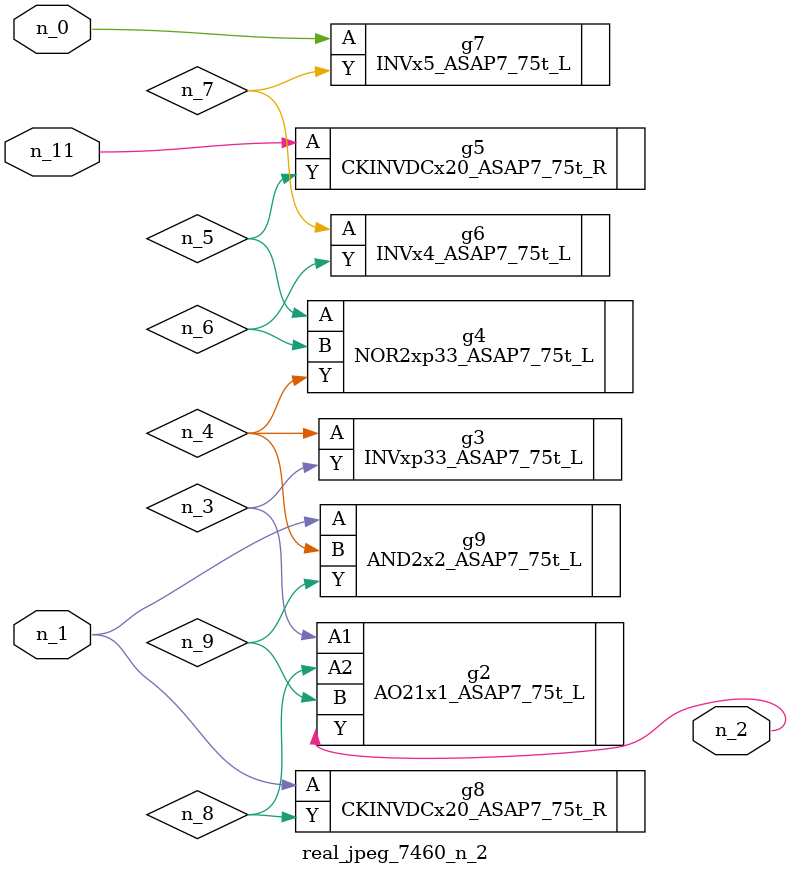
<source format=v>
module real_jpeg_7460_n_2 (n_1, n_11, n_0, n_2);

input n_1;
input n_11;
input n_0;

output n_2;

wire n_5;
wire n_8;
wire n_4;
wire n_6;
wire n_7;
wire n_3;
wire n_9;

INVx5_ASAP7_75t_L g7 ( 
.A(n_0),
.Y(n_7)
);

CKINVDCx20_ASAP7_75t_R g8 ( 
.A(n_1),
.Y(n_8)
);

AND2x2_ASAP7_75t_L g9 ( 
.A(n_1),
.B(n_4),
.Y(n_9)
);

AO21x1_ASAP7_75t_L g2 ( 
.A1(n_3),
.A2(n_8),
.B(n_9),
.Y(n_2)
);

INVxp33_ASAP7_75t_L g3 ( 
.A(n_4),
.Y(n_3)
);

NOR2xp33_ASAP7_75t_L g4 ( 
.A(n_5),
.B(n_6),
.Y(n_4)
);

INVx4_ASAP7_75t_L g6 ( 
.A(n_7),
.Y(n_6)
);

CKINVDCx20_ASAP7_75t_R g5 ( 
.A(n_11),
.Y(n_5)
);


endmodule
</source>
